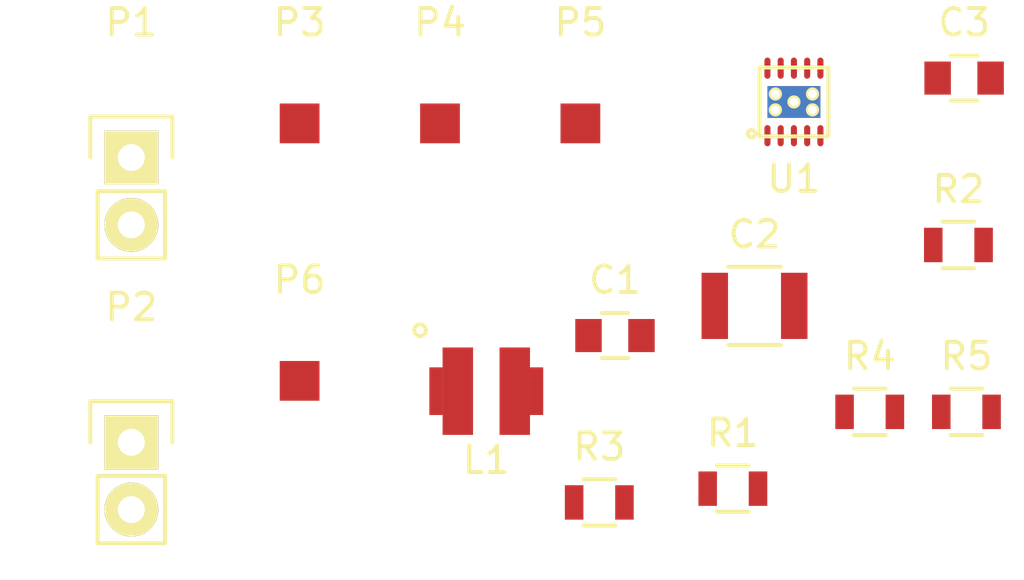
<source format=kicad_pcb>
(kicad_pcb (version 4) (host pcbnew 0.201508060901+6055~28~ubuntu14.04.1-product)

  (general
    (links 34)
    (no_connects 29)
    (area 0 0 0 0)
    (thickness 1.6)
    (drawings 0)
    (tracks 0)
    (zones 0)
    (modules 16)
    (nets 11)
  )

  (page A4)
  (layers
    (0 F.Cu signal)
    (31 B.Cu signal)
    (32 B.Adhes user)
    (33 F.Adhes user)
    (34 B.Paste user)
    (35 F.Paste user)
    (36 B.SilkS user)
    (37 F.SilkS user)
    (38 B.Mask user)
    (39 F.Mask user)
    (40 Dwgs.User user)
    (41 Cmts.User user)
    (42 Eco1.User user)
    (43 Eco2.User user)
    (44 Edge.Cuts user)
    (45 Margin user)
    (46 B.CrtYd user)
    (47 F.CrtYd user)
    (48 B.Fab user)
    (49 F.Fab user)
  )

  (setup
    (last_trace_width 0.25)
    (trace_clearance 0.2)
    (zone_clearance 0.508)
    (zone_45_only no)
    (trace_min 0.2)
    (segment_width 0.2)
    (edge_width 0.1)
    (via_size 0.6)
    (via_drill 0.4)
    (via_min_size 0.4)
    (via_min_drill 0.3)
    (uvia_size 0.3)
    (uvia_drill 0.1)
    (uvias_allowed no)
    (uvia_min_size 0.2)
    (uvia_min_drill 0.1)
    (pcb_text_width 0.3)
    (pcb_text_size 1.5 1.5)
    (mod_edge_width 0.15)
    (mod_text_size 1 1)
    (mod_text_width 0.15)
    (pad_size 1.5 1.5)
    (pad_drill 0.6)
    (pad_to_mask_clearance 0.0762)
    (solder_mask_min_width 0.0762)
    (pad_to_paste_clearance 0.0762)
    (aux_axis_origin 0 0)
    (visible_elements FFFFFF7F)
    (pcbplotparams
      (layerselection 0x00030_80000001)
      (usegerberextensions false)
      (excludeedgelayer true)
      (linewidth 0.100000)
      (plotframeref false)
      (viasonmask false)
      (mode 1)
      (useauxorigin false)
      (hpglpennumber 1)
      (hpglpenspeed 20)
      (hpglpendiameter 15)
      (hpglpenoverlay 2)
      (psnegative false)
      (psa4output false)
      (plotreference true)
      (plotvalue true)
      (plotinvisibletext false)
      (padsonsilk false)
      (subtractmaskfromsilk false)
      (outputformat 1)
      (mirror false)
      (drillshape 1)
      (scaleselection 1)
      (outputdirectory ""))
  )

  (net 0 "")
  (net 1 /VIN)
  (net 2 GNDPWR)
  (net 3 /VOUT)
  (net 4 /VINA)
  (net 5 "Net-(L1-Pad1)")
  (net 6 "Net-(L1-Pad2)")
  (net 7 /FB)
  (net 8 "Net-(R4-Pad1)")
  (net 9 "Net-(R5-Pad1)")
  (net 10 "Net-(U1-Pad11)")

  (net_class Default "This is the default net class."
    (clearance 0.2)
    (trace_width 0.25)
    (via_dia 0.6)
    (via_drill 0.4)
    (uvia_dia 0.3)
    (uvia_drill 0.1)
    (add_net /FB)
    (add_net /VIN)
    (add_net /VINA)
    (add_net /VOUT)
    (add_net GNDPWR)
    (add_net "Net-(L1-Pad1)")
    (add_net "Net-(L1-Pad2)")
    (add_net "Net-(R4-Pad1)")
    (add_net "Net-(R5-Pad1)")
    (add_net "Net-(U1-Pad11)")
  )

  (module Capacitors_SMD:C_0805 (layer F.Cu) (tedit 5415D6EA) (tstamp 55C6C79F)
    (at 170.687857 117.847)
    (descr "Capacitor SMD 0805, reflow soldering, AVX (see smccp.pdf)")
    (tags "capacitor 0805")
    (path /55BC171B)
    (attr smd)
    (fp_text reference C1 (at 0 -2.1) (layer F.SilkS)
      (effects (font (size 1 1) (thickness 0.15)))
    )
    (fp_text value 4.7UF (at 0 2.1) (layer F.Fab)
      (effects (font (size 1 1) (thickness 0.15)))
    )
    (fp_line (start -1.8 -1) (end 1.8 -1) (layer F.CrtYd) (width 0.05))
    (fp_line (start -1.8 1) (end 1.8 1) (layer F.CrtYd) (width 0.05))
    (fp_line (start -1.8 -1) (end -1.8 1) (layer F.CrtYd) (width 0.05))
    (fp_line (start 1.8 -1) (end 1.8 1) (layer F.CrtYd) (width 0.05))
    (fp_line (start 0.5 -0.85) (end -0.5 -0.85) (layer F.SilkS) (width 0.15))
    (fp_line (start -0.5 0.85) (end 0.5 0.85) (layer F.SilkS) (width 0.15))
    (pad 1 smd rect (at -1 0) (size 1 1.25) (layers F.Cu F.Paste F.Mask)
      (net 1 /VIN))
    (pad 2 smd rect (at 1 0) (size 1 1.25) (layers F.Cu F.Paste F.Mask)
      (net 2 GNDPWR))
    (model Capacitors_SMD.3dshapes/C_0805.wrl
      (at (xyz 0 0 0))
      (scale (xyz 1 1 1))
      (rotate (xyz 0 0 0))
    )
  )

  (module Capacitors_SMD:C_1210 (layer F.Cu) (tedit 5415D85D) (tstamp 55C6C7A5)
    (at 175.955001 116.727)
    (descr "Capacitor SMD 1210, reflow soldering, AVX (see smccp.pdf)")
    (tags "capacitor 1210")
    (path /55BC18FD)
    (attr smd)
    (fp_text reference C2 (at 0 -2.7) (layer F.SilkS)
      (effects (font (size 1 1) (thickness 0.15)))
    )
    (fp_text value 22UF (at 0 2.7) (layer F.Fab)
      (effects (font (size 1 1) (thickness 0.15)))
    )
    (fp_line (start -2.3 -1.6) (end 2.3 -1.6) (layer F.CrtYd) (width 0.05))
    (fp_line (start -2.3 1.6) (end 2.3 1.6) (layer F.CrtYd) (width 0.05))
    (fp_line (start -2.3 -1.6) (end -2.3 1.6) (layer F.CrtYd) (width 0.05))
    (fp_line (start 2.3 -1.6) (end 2.3 1.6) (layer F.CrtYd) (width 0.05))
    (fp_line (start 1 -1.475) (end -1 -1.475) (layer F.SilkS) (width 0.15))
    (fp_line (start -1 1.475) (end 1 1.475) (layer F.SilkS) (width 0.15))
    (pad 1 smd rect (at -1.5 0) (size 1 2.5) (layers F.Cu F.Paste F.Mask)
      (net 3 /VOUT))
    (pad 2 smd rect (at 1.5 0) (size 1 2.5) (layers F.Cu F.Paste F.Mask)
      (net 2 GNDPWR))
    (model Capacitors_SMD.3dshapes/C_1210.wrl
      (at (xyz 0 0 0))
      (scale (xyz 1 1 1))
      (rotate (xyz 0 0 0))
    )
  )

  (module Capacitors_SMD:C_0805 (layer F.Cu) (tedit 5415D6EA) (tstamp 55C6C7AB)
    (at 183.867857 108.127)
    (descr "Capacitor SMD 0805, reflow soldering, AVX (see smccp.pdf)")
    (tags "capacitor 0805")
    (path /55C68B85)
    (attr smd)
    (fp_text reference C3 (at 0 -2.1) (layer F.SilkS)
      (effects (font (size 1 1) (thickness 0.15)))
    )
    (fp_text value 0.1UF (at 0 2.1) (layer F.Fab)
      (effects (font (size 1 1) (thickness 0.15)))
    )
    (fp_line (start -1.8 -1) (end 1.8 -1) (layer F.CrtYd) (width 0.05))
    (fp_line (start -1.8 1) (end 1.8 1) (layer F.CrtYd) (width 0.05))
    (fp_line (start -1.8 -1) (end -1.8 1) (layer F.CrtYd) (width 0.05))
    (fp_line (start 1.8 -1) (end 1.8 1) (layer F.CrtYd) (width 0.05))
    (fp_line (start 0.5 -0.85) (end -0.5 -0.85) (layer F.SilkS) (width 0.15))
    (fp_line (start -0.5 0.85) (end 0.5 0.85) (layer F.SilkS) (width 0.15))
    (pad 1 smd rect (at -1 0) (size 1 1.25) (layers F.Cu F.Paste F.Mask)
      (net 4 /VINA))
    (pad 2 smd rect (at 1 0) (size 1 1.25) (layers F.Cu F.Paste F.Mask)
      (net 2 GNDPWR))
    (model Capacitors_SMD.3dshapes/C_0805.wrl
      (at (xyz 0 0 0))
      (scale (xyz 1 1 1))
      (rotate (xyz 0 0 0))
    )
  )

  (module PowerSwap:LQH3NPN2R2MM0L (layer F.Cu) (tedit 55C68823) (tstamp 55C6C7B3)
    (at 165.828608 119.947)
    (path /55BC16C0)
    (fp_text reference L1 (at 0 2.6) (layer F.SilkS)
      (effects (font (size 1 1) (thickness 0.15)))
    )
    (fp_text value 2.2uH (at 0 -4.2) (layer F.Fab)
      (effects (font (size 1 1) (thickness 0.15)))
    )
    (fp_circle (center -2.5 -2.3) (end -2.3 -2.2) (layer F.SilkS) (width 0.15))
    (pad 1 smd rect (at -1.075 0) (size 1.15 3.3) (layers F.Cu F.Paste F.Mask)
      (net 5 "Net-(L1-Pad1)"))
    (pad 2 smd rect (at 1.075 0) (size 1.15 3.3) (layers F.Cu F.Paste F.Mask)
      (net 6 "Net-(L1-Pad2)"))
    (pad 1 smd rect (at -1.9 0) (size 0.5 1.8) (layers F.Cu F.Paste F.Mask)
      (net 5 "Net-(L1-Pad1)"))
    (pad 2 smd rect (at 1.9 0) (size 0.5 1.8) (layers F.Cu F.Paste F.Mask)
      (net 6 "Net-(L1-Pad2)"))
  )

  (module Pin_Headers:Pin_Header_Straight_1x02 (layer F.Cu) (tedit 54EA090C) (tstamp 55C6C7B9)
    (at 152.428333 111.127)
    (descr "Through hole pin header")
    (tags "pin header")
    (path /55BC241B)
    (fp_text reference P1 (at 0 -5.1) (layer F.SilkS)
      (effects (font (size 1 1) (thickness 0.15)))
    )
    (fp_text value CONN_01X02 (at 0 -3.1) (layer F.Fab)
      (effects (font (size 1 1) (thickness 0.15)))
    )
    (fp_line (start 1.27 1.27) (end 1.27 3.81) (layer F.SilkS) (width 0.15))
    (fp_line (start 1.55 -1.55) (end 1.55 0) (layer F.SilkS) (width 0.15))
    (fp_line (start -1.75 -1.75) (end -1.75 4.3) (layer F.CrtYd) (width 0.05))
    (fp_line (start 1.75 -1.75) (end 1.75 4.3) (layer F.CrtYd) (width 0.05))
    (fp_line (start -1.75 -1.75) (end 1.75 -1.75) (layer F.CrtYd) (width 0.05))
    (fp_line (start -1.75 4.3) (end 1.75 4.3) (layer F.CrtYd) (width 0.05))
    (fp_line (start 1.27 1.27) (end -1.27 1.27) (layer F.SilkS) (width 0.15))
    (fp_line (start -1.55 0) (end -1.55 -1.55) (layer F.SilkS) (width 0.15))
    (fp_line (start -1.55 -1.55) (end 1.55 -1.55) (layer F.SilkS) (width 0.15))
    (fp_line (start -1.27 1.27) (end -1.27 3.81) (layer F.SilkS) (width 0.15))
    (fp_line (start -1.27 3.81) (end 1.27 3.81) (layer F.SilkS) (width 0.15))
    (pad 1 thru_hole rect (at 0 0) (size 2.032 2.032) (drill 1.016) (layers *.Cu *.Mask F.SilkS)
      (net 2 GNDPWR))
    (pad 2 thru_hole oval (at 0 2.54) (size 2.032 2.032) (drill 1.016) (layers *.Cu *.Mask F.SilkS)
      (net 1 /VIN))
    (model Pin_Headers.3dshapes/Pin_Header_Straight_1x02.wrl
      (at (xyz 0 -0.05 0))
      (scale (xyz 1 1 1))
      (rotate (xyz 0 0 90))
    )
  )

  (module Pin_Headers:Pin_Header_Straight_1x02 (layer F.Cu) (tedit 54EA090C) (tstamp 55C6C7BF)
    (at 152.428333 121.877)
    (descr "Through hole pin header")
    (tags "pin header")
    (path /55BC233B)
    (fp_text reference P2 (at 0 -5.1) (layer F.SilkS)
      (effects (font (size 1 1) (thickness 0.15)))
    )
    (fp_text value CONN_01X02 (at 0 -3.1) (layer F.Fab)
      (effects (font (size 1 1) (thickness 0.15)))
    )
    (fp_line (start 1.27 1.27) (end 1.27 3.81) (layer F.SilkS) (width 0.15))
    (fp_line (start 1.55 -1.55) (end 1.55 0) (layer F.SilkS) (width 0.15))
    (fp_line (start -1.75 -1.75) (end -1.75 4.3) (layer F.CrtYd) (width 0.05))
    (fp_line (start 1.75 -1.75) (end 1.75 4.3) (layer F.CrtYd) (width 0.05))
    (fp_line (start -1.75 -1.75) (end 1.75 -1.75) (layer F.CrtYd) (width 0.05))
    (fp_line (start -1.75 4.3) (end 1.75 4.3) (layer F.CrtYd) (width 0.05))
    (fp_line (start 1.27 1.27) (end -1.27 1.27) (layer F.SilkS) (width 0.15))
    (fp_line (start -1.55 0) (end -1.55 -1.55) (layer F.SilkS) (width 0.15))
    (fp_line (start -1.55 -1.55) (end 1.55 -1.55) (layer F.SilkS) (width 0.15))
    (fp_line (start -1.27 1.27) (end -1.27 3.81) (layer F.SilkS) (width 0.15))
    (fp_line (start -1.27 3.81) (end 1.27 3.81) (layer F.SilkS) (width 0.15))
    (pad 1 thru_hole rect (at 0 0) (size 2.032 2.032) (drill 1.016) (layers *.Cu *.Mask F.SilkS)
      (net 3 /VOUT))
    (pad 2 thru_hole oval (at 0 2.54) (size 2.032 2.032) (drill 1.016) (layers *.Cu *.Mask F.SilkS)
      (net 2 GNDPWR))
    (model Pin_Headers.3dshapes/Pin_Header_Straight_1x02.wrl
      (at (xyz 0 -0.05 0))
      (scale (xyz 1 1 1))
      (rotate (xyz 0 0 90))
    )
  )

  (module Measurement_Points:Measurement_Point_Square-SMD-Pad_Small (layer F.Cu) (tedit 0) (tstamp 55C6C7C4)
    (at 158.78119 109.837)
    (descr "Mesurement Point, Square, SMD Pad,  1.5mm x 1.5mm,")
    (tags "Mesurement Point, Square, SMD Pad, 1.5mm x 1.5mm,")
    (path /55C6D252)
    (fp_text reference P3 (at 0 -3.81) (layer F.SilkS)
      (effects (font (size 1 1) (thickness 0.15)))
    )
    (fp_text value TST (at 2.54 3.81) (layer F.Fab)
      (effects (font (size 1 1) (thickness 0.15)))
    )
    (pad 1 smd rect (at 0 0) (size 1.50114 1.50114) (layers F.Cu F.Paste F.Mask)
      (net 1 /VIN))
  )

  (module Measurement_Points:Measurement_Point_Square-SMD-Pad_Small (layer F.Cu) (tedit 0) (tstamp 55C6C7C9)
    (at 164.08119 109.837)
    (descr "Mesurement Point, Square, SMD Pad,  1.5mm x 1.5mm,")
    (tags "Mesurement Point, Square, SMD Pad, 1.5mm x 1.5mm,")
    (path /55C6D735)
    (fp_text reference P4 (at 0 -3.81) (layer F.SilkS)
      (effects (font (size 1 1) (thickness 0.15)))
    )
    (fp_text value TST (at 2.54 3.81) (layer F.Fab)
      (effects (font (size 1 1) (thickness 0.15)))
    )
    (pad 1 smd rect (at 0 0) (size 1.50114 1.50114) (layers F.Cu F.Paste F.Mask)
      (net 2 GNDPWR))
  )

  (module Measurement_Points:Measurement_Point_Square-SMD-Pad_Small (layer F.Cu) (tedit 0) (tstamp 55C6C7CE)
    (at 169.38119 109.837)
    (descr "Mesurement Point, Square, SMD Pad,  1.5mm x 1.5mm,")
    (tags "Mesurement Point, Square, SMD Pad, 1.5mm x 1.5mm,")
    (path /55C6D6B9)
    (fp_text reference P5 (at 0 -3.81) (layer F.SilkS)
      (effects (font (size 1 1) (thickness 0.15)))
    )
    (fp_text value TST (at 2.54 3.81) (layer F.Fab)
      (effects (font (size 1 1) (thickness 0.15)))
    )
    (pad 1 smd rect (at 0 0) (size 1.50114 1.50114) (layers F.Cu F.Paste F.Mask)
      (net 7 /FB))
  )

  (module Measurement_Points:Measurement_Point_Square-SMD-Pad_Small (layer F.Cu) (tedit 0) (tstamp 55C6C7D3)
    (at 158.78119 119.557)
    (descr "Mesurement Point, Square, SMD Pad,  1.5mm x 1.5mm,")
    (tags "Mesurement Point, Square, SMD Pad, 1.5mm x 1.5mm,")
    (path /55C6D790)
    (fp_text reference P6 (at 0 -3.81) (layer F.SilkS)
      (effects (font (size 1 1) (thickness 0.15)))
    )
    (fp_text value TST (at 2.54 3.81) (layer F.Fab)
      (effects (font (size 1 1) (thickness 0.15)))
    )
    (pad 1 smd rect (at 0 0) (size 1.50114 1.50114) (layers F.Cu F.Paste F.Mask)
      (net 3 /VOUT))
  )

  (module Resistors_SMD:R_0805 (layer F.Cu) (tedit 5415CDEB) (tstamp 55C6C7D9)
    (at 175.136904 123.627)
    (descr "Resistor SMD 0805, reflow soldering, Vishay (see dcrcw.pdf)")
    (tags "resistor 0805")
    (path /55BC195F)
    (attr smd)
    (fp_text reference R1 (at 0 -2.1) (layer F.SilkS)
      (effects (font (size 1 1) (thickness 0.15)))
    )
    (fp_text value 1.2M (at 0 2.1) (layer F.Fab)
      (effects (font (size 1 1) (thickness 0.15)))
    )
    (fp_line (start -1.6 -1) (end 1.6 -1) (layer F.CrtYd) (width 0.05))
    (fp_line (start -1.6 1) (end 1.6 1) (layer F.CrtYd) (width 0.05))
    (fp_line (start -1.6 -1) (end -1.6 1) (layer F.CrtYd) (width 0.05))
    (fp_line (start 1.6 -1) (end 1.6 1) (layer F.CrtYd) (width 0.05))
    (fp_line (start 0.6 0.875) (end -0.6 0.875) (layer F.SilkS) (width 0.15))
    (fp_line (start -0.6 -0.875) (end 0.6 -0.875) (layer F.SilkS) (width 0.15))
    (pad 1 smd rect (at -0.95 0) (size 0.7 1.3) (layers F.Cu F.Paste F.Mask)
      (net 3 /VOUT))
    (pad 2 smd rect (at 0.95 0) (size 0.7 1.3) (layers F.Cu F.Paste F.Mask)
      (net 7 /FB))
    (model Resistors_SMD.3dshapes/R_0805.wrl
      (at (xyz 0 0 0))
      (scale (xyz 1 1 1))
      (rotate (xyz 0 0 0))
    )
  )

  (module Resistors_SMD:R_0805 (layer F.Cu) (tedit 5415CDEB) (tstamp 55C6C7DF)
    (at 183.653571 114.427)
    (descr "Resistor SMD 0805, reflow soldering, Vishay (see dcrcw.pdf)")
    (tags "resistor 0805")
    (path /55BC19CB)
    (attr smd)
    (fp_text reference R2 (at 0 -2.1) (layer F.SilkS)
      (effects (font (size 1 1) (thickness 0.15)))
    )
    (fp_text value 215K (at 0 2.1) (layer F.Fab)
      (effects (font (size 1 1) (thickness 0.15)))
    )
    (fp_line (start -1.6 -1) (end 1.6 -1) (layer F.CrtYd) (width 0.05))
    (fp_line (start -1.6 1) (end 1.6 1) (layer F.CrtYd) (width 0.05))
    (fp_line (start -1.6 -1) (end -1.6 1) (layer F.CrtYd) (width 0.05))
    (fp_line (start 1.6 -1) (end 1.6 1) (layer F.CrtYd) (width 0.05))
    (fp_line (start 0.6 0.875) (end -0.6 0.875) (layer F.SilkS) (width 0.15))
    (fp_line (start -0.6 -0.875) (end 0.6 -0.875) (layer F.SilkS) (width 0.15))
    (pad 1 smd rect (at -0.95 0) (size 0.7 1.3) (layers F.Cu F.Paste F.Mask)
      (net 7 /FB))
    (pad 2 smd rect (at 0.95 0) (size 0.7 1.3) (layers F.Cu F.Paste F.Mask)
      (net 2 GNDPWR))
    (model Resistors_SMD.3dshapes/R_0805.wrl
      (at (xyz 0 0 0))
      (scale (xyz 1 1 1))
      (rotate (xyz 0 0 0))
    )
  )

  (module Resistors_SMD:R_0805 (layer F.Cu) (tedit 5415CDEB) (tstamp 55C6C7E5)
    (at 170.095001 124.147)
    (descr "Resistor SMD 0805, reflow soldering, Vishay (see dcrcw.pdf)")
    (tags "resistor 0805")
    (path /55C689AF)
    (attr smd)
    (fp_text reference R3 (at 0 -2.1) (layer F.SilkS)
      (effects (font (size 1 1) (thickness 0.15)))
    )
    (fp_text value 0 (at 0 2.1) (layer F.Fab)
      (effects (font (size 1 1) (thickness 0.15)))
    )
    (fp_line (start -1.6 -1) (end 1.6 -1) (layer F.CrtYd) (width 0.05))
    (fp_line (start -1.6 1) (end 1.6 1) (layer F.CrtYd) (width 0.05))
    (fp_line (start -1.6 -1) (end -1.6 1) (layer F.CrtYd) (width 0.05))
    (fp_line (start 1.6 -1) (end 1.6 1) (layer F.CrtYd) (width 0.05))
    (fp_line (start 0.6 0.875) (end -0.6 0.875) (layer F.SilkS) (width 0.15))
    (fp_line (start -0.6 -0.875) (end 0.6 -0.875) (layer F.SilkS) (width 0.15))
    (pad 1 smd rect (at -0.95 0) (size 0.7 1.3) (layers F.Cu F.Paste F.Mask)
      (net 4 /VINA))
    (pad 2 smd rect (at 0.95 0) (size 0.7 1.3) (layers F.Cu F.Paste F.Mask)
      (net 1 /VIN))
    (model Resistors_SMD.3dshapes/R_0805.wrl
      (at (xyz 0 0 0))
      (scale (xyz 1 1 1))
      (rotate (xyz 0 0 0))
    )
  )

  (module Resistors_SMD:R_0805 (layer F.Cu) (tedit 5415CDEB) (tstamp 55C6C7EB)
    (at 180.305001 120.727)
    (descr "Resistor SMD 0805, reflow soldering, Vishay (see dcrcw.pdf)")
    (tags "resistor 0805")
    (path /55BC1E39)
    (attr smd)
    (fp_text reference R4 (at 0 -2.1) (layer F.SilkS)
      (effects (font (size 1 1) (thickness 0.15)))
    )
    (fp_text value 0 (at 0 2.1) (layer F.Fab)
      (effects (font (size 1 1) (thickness 0.15)))
    )
    (fp_line (start -1.6 -1) (end 1.6 -1) (layer F.CrtYd) (width 0.05))
    (fp_line (start -1.6 1) (end 1.6 1) (layer F.CrtYd) (width 0.05))
    (fp_line (start -1.6 -1) (end -1.6 1) (layer F.CrtYd) (width 0.05))
    (fp_line (start 1.6 -1) (end 1.6 1) (layer F.CrtYd) (width 0.05))
    (fp_line (start 0.6 0.875) (end -0.6 0.875) (layer F.SilkS) (width 0.15))
    (fp_line (start -0.6 -0.875) (end 0.6 -0.875) (layer F.SilkS) (width 0.15))
    (pad 1 smd rect (at -0.95 0) (size 0.7 1.3) (layers F.Cu F.Paste F.Mask)
      (net 8 "Net-(R4-Pad1)"))
    (pad 2 smd rect (at 0.95 0) (size 0.7 1.3) (layers F.Cu F.Paste F.Mask)
      (net 4 /VINA))
    (model Resistors_SMD.3dshapes/R_0805.wrl
      (at (xyz 0 0 0))
      (scale (xyz 1 1 1))
      (rotate (xyz 0 0 0))
    )
  )

  (module Resistors_SMD:R_0805 (layer F.Cu) (tedit 5415CDEB) (tstamp 55C6C7F1)
    (at 183.955001 120.727)
    (descr "Resistor SMD 0805, reflow soldering, Vishay (see dcrcw.pdf)")
    (tags "resistor 0805")
    (path /55BC1DB4)
    (attr smd)
    (fp_text reference R5 (at 0 -2.1) (layer F.SilkS)
      (effects (font (size 1 1) (thickness 0.15)))
    )
    (fp_text value 0 (at 0 2.1) (layer F.Fab)
      (effects (font (size 1 1) (thickness 0.15)))
    )
    (fp_line (start -1.6 -1) (end 1.6 -1) (layer F.CrtYd) (width 0.05))
    (fp_line (start -1.6 1) (end 1.6 1) (layer F.CrtYd) (width 0.05))
    (fp_line (start -1.6 -1) (end -1.6 1) (layer F.CrtYd) (width 0.05))
    (fp_line (start 1.6 -1) (end 1.6 1) (layer F.CrtYd) (width 0.05))
    (fp_line (start 0.6 0.875) (end -0.6 0.875) (layer F.SilkS) (width 0.15))
    (fp_line (start -0.6 -0.875) (end 0.6 -0.875) (layer F.SilkS) (width 0.15))
    (pad 1 smd rect (at -0.95 0) (size 0.7 1.3) (layers F.Cu F.Paste F.Mask)
      (net 9 "Net-(R5-Pad1)"))
    (pad 2 smd rect (at 0.95 0) (size 0.7 1.3) (layers F.Cu F.Paste F.Mask)
      (net 4 /VINA))
    (model Resistors_SMD.3dshapes/R_0805.wrl
      (at (xyz 0 0 0))
      (scale (xyz 1 1 1))
      (rotate (xyz 0 0 0))
    )
  )

  (module PowerSwap:TPS63030 (layer F.Cu) (tedit 55C6B6FC) (tstamp 55C6C805)
    (at 177.443095 109.027)
    (path /55BC1656)
    (solder_mask_margin 0.0762)
    (clearance 0.0762)
    (fp_text reference U1 (at 0 2.9) (layer F.SilkS)
      (effects (font (size 1 1) (thickness 0.15)))
    )
    (fp_text value TPS63030 (at 0 -3) (layer F.Fab)
      (effects (font (size 1 1) (thickness 0.15)))
    )
    (fp_line (start -1.3 -1.3) (end -1.3 1.3) (layer F.SilkS) (width 0.15))
    (fp_line (start -1.3 1.3) (end 1.3 1.3) (layer F.SilkS) (width 0.15))
    (fp_line (start 1.3 1.3) (end 1.3 -1.3) (layer F.SilkS) (width 0.15))
    (fp_line (start -1.3 -1.3) (end 1.3 -1.3) (layer F.SilkS) (width 0.15))
    (fp_circle (center -1.6 1.2) (end -1.5 1.3) (layer F.SilkS) (width 0.15))
    (pad 1 smd oval (at -1 1.275) (size 0.23 0.8) (layers F.Cu F.Paste F.Mask)
      (net 3 /VOUT))
    (pad 2 smd oval (at -0.5 1.275) (size 0.23 0.8) (layers F.Cu F.Paste F.Mask)
      (net 6 "Net-(L1-Pad2)"))
    (pad 3 smd oval (at 0 1.275) (size 0.23 0.8) (layers F.Cu F.Paste F.Mask)
      (net 2 GNDPWR))
    (pad 4 smd oval (at 0.5 1.275) (size 0.23 0.8) (layers F.Cu F.Paste F.Mask)
      (net 5 "Net-(L1-Pad1)"))
    (pad 5 smd oval (at 1 1.275) (size 0.23 0.8) (layers F.Cu F.Paste F.Mask)
      (net 1 /VIN))
    (pad 6 smd oval (at 1 -1.275) (size 0.23 0.8) (layers F.Cu F.Paste F.Mask)
      (net 9 "Net-(R5-Pad1)"))
    (pad 7 smd oval (at 0.5 -1.275) (size 0.23 0.8) (layers F.Cu F.Paste F.Mask)
      (net 8 "Net-(R4-Pad1)"))
    (pad 8 smd oval (at 0 -1.275) (size 0.23 0.8) (layers F.Cu F.Paste F.Mask)
      (net 4 /VINA))
    (pad 9 smd oval (at -0.5 -1.275) (size 0.23 0.8) (layers F.Cu F.Paste F.Mask)
      (net 2 GNDPWR))
    (pad 10 smd oval (at -1 -1.275) (size 0.23 0.8) (layers F.Cu F.Paste F.Mask)
      (net 7 /FB))
    (pad 11 smd rect (at 0 0) (size 2 1.2) (layers *.Cu *.Mask F.Paste)
      (net 10 "Net-(U1-Pad11)"))
    (pad 11 thru_hole circle (at -0.7 -0.3) (size 0.5 0.5) (drill 0.33) (layers *.Cu *.Mask F.SilkS)
      (net 10 "Net-(U1-Pad11)"))
    (pad 11 thru_hole circle (at 0 0) (size 0.5 0.5) (drill 0.33) (layers *.Cu *.Mask F.SilkS)
      (net 10 "Net-(U1-Pad11)"))
    (pad 11 thru_hole circle (at 0.7 -0.3) (size 0.5 0.5) (drill 0.33) (layers *.Cu *.Mask F.SilkS)
      (net 10 "Net-(U1-Pad11)"))
    (pad 11 thru_hole circle (at 0.7 0.3) (size 0.5 0.5) (drill 0.33) (layers *.Cu *.Mask F.SilkS)
      (net 10 "Net-(U1-Pad11)"))
    (pad 11 thru_hole circle (at -0.7 0.3) (size 0.5 0.5) (drill 0.33) (layers *.Cu *.Mask F.SilkS)
      (net 10 "Net-(U1-Pad11)"))
  )

)

</source>
